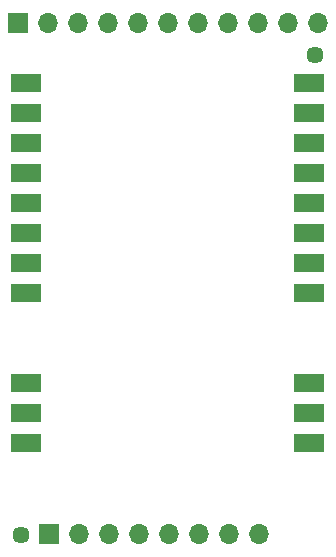
<source format=gbr>
%TF.GenerationSoftware,KiCad,Pcbnew,8.0.1*%
%TF.CreationDate,2024-04-03T20:26:05-05:00*%
%TF.ProjectId,meshtastic-diy,6d657368-7461-4737-9469-632d6469792e,2.1*%
%TF.SameCoordinates,Original*%
%TF.FileFunction,Soldermask,Bot*%
%TF.FilePolarity,Negative*%
%FSLAX46Y46*%
G04 Gerber Fmt 4.6, Leading zero omitted, Abs format (unit mm)*
G04 Created by KiCad (PCBNEW 8.0.1) date 2024-04-03 20:26:05*
%MOMM*%
%LPD*%
G01*
G04 APERTURE LIST*
%ADD10C,1.448000*%
%ADD11O,1.700000X1.700000*%
%ADD12R,1.700000X1.700000*%
%ADD13R,2.500000X1.500000*%
G04 APERTURE END LIST*
D10*
%TO.C,H2*%
X169000000Y-84100000D03*
%TD*%
%TO.C,H3*%
X144063500Y-124700000D03*
%TD*%
D11*
%TO.C,*%
X151450000Y-81350000D03*
%TD*%
D12*
%TO.C,*%
X143830000Y-81350000D03*
%TD*%
D11*
%TO.C,*%
X148960000Y-124600000D03*
%TD*%
%TO.C,*%
X164150000Y-81350000D03*
%TD*%
%TO.C,*%
X166690000Y-81350000D03*
%TD*%
%TO.C,*%
X146370000Y-81350000D03*
%TD*%
%TO.C,*%
X161610000Y-81350000D03*
%TD*%
%TO.C,*%
X169230000Y-81350000D03*
%TD*%
%TO.C,*%
X161660000Y-124600000D03*
%TD*%
%TO.C,*%
X148910000Y-81350000D03*
%TD*%
%TO.C,*%
X154040000Y-124600000D03*
%TD*%
%TO.C,*%
X153990000Y-81350000D03*
%TD*%
%TO.C,*%
X164200000Y-124600000D03*
%TD*%
%TO.C,*%
X151500000Y-124600000D03*
%TD*%
%TO.C,*%
X159120000Y-124600000D03*
%TD*%
%TO.C,*%
X156580000Y-124600000D03*
%TD*%
%TO.C,*%
X156530000Y-81350000D03*
%TD*%
%TO.C,*%
X159070000Y-81350000D03*
%TD*%
D12*
%TO.C,*%
X146420000Y-124600000D03*
%TD*%
D13*
%TO.C,U3*%
X144500000Y-116890000D03*
X144500000Y-114350000D03*
X144500000Y-111810000D03*
X144500000Y-104190000D03*
X144500000Y-101650000D03*
X144500000Y-99110000D03*
X144500000Y-96570000D03*
X144500000Y-94030000D03*
X144500000Y-91490000D03*
X144500000Y-88950000D03*
X144500000Y-86410000D03*
X168500000Y-86410000D03*
X168500000Y-88950000D03*
X168500000Y-91490000D03*
X168500000Y-94030000D03*
X168500000Y-96570000D03*
X168500000Y-99110000D03*
X168500000Y-101650000D03*
X168500000Y-104190000D03*
X168500000Y-111810000D03*
X168500000Y-114350000D03*
X168500000Y-116890000D03*
%TD*%
M02*

</source>
